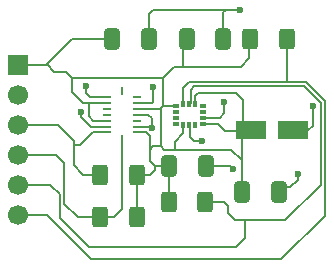
<source format=gbr>
%TF.GenerationSoftware,KiCad,Pcbnew,9.0.6*%
%TF.CreationDate,2026-01-18T05:45:19-03:00*%
%TF.ProjectId,dual IMU_moduleV2,6475616c-2049-44d5-955f-6d6f64756c65,rev?*%
%TF.SameCoordinates,Original*%
%TF.FileFunction,Copper,L1,Top*%
%TF.FilePolarity,Positive*%
%FSLAX46Y46*%
G04 Gerber Fmt 4.6, Leading zero omitted, Abs format (unit mm)*
G04 Created by KiCad (PCBNEW 9.0.6) date 2026-01-18 05:45:19*
%MOMM*%
%LPD*%
G01*
G04 APERTURE LIST*
G04 Aperture macros list*
%AMRoundRect*
0 Rectangle with rounded corners*
0 $1 Rounding radius*
0 $2 $3 $4 $5 $6 $7 $8 $9 X,Y pos of 4 corners*
0 Add a 4 corners polygon primitive as box body*
4,1,4,$2,$3,$4,$5,$6,$7,$8,$9,$2,$3,0*
0 Add four circle primitives for the rounded corners*
1,1,$1+$1,$2,$3*
1,1,$1+$1,$4,$5*
1,1,$1+$1,$6,$7*
1,1,$1+$1,$8,$9*
0 Add four rect primitives between the rounded corners*
20,1,$1+$1,$2,$3,$4,$5,0*
20,1,$1+$1,$4,$5,$6,$7,0*
20,1,$1+$1,$6,$7,$8,$9,0*
20,1,$1+$1,$8,$9,$2,$3,0*%
G04 Aperture macros list end*
%TA.AperFunction,SMDPad,CuDef*%
%ADD10RoundRect,0.250000X-1.050000X-0.550000X1.050000X-0.550000X1.050000X0.550000X-1.050000X0.550000X0*%
%TD*%
%TA.AperFunction,SMDPad,CuDef*%
%ADD11RoundRect,0.250000X0.400000X0.625000X-0.400000X0.625000X-0.400000X-0.625000X0.400000X-0.625000X0*%
%TD*%
%TA.AperFunction,SMDPad,CuDef*%
%ADD12RoundRect,0.250000X-0.412500X-0.650000X0.412500X-0.650000X0.412500X0.650000X-0.412500X0.650000X0*%
%TD*%
%TA.AperFunction,SMDPad,CuDef*%
%ADD13RoundRect,0.250000X-0.400000X-0.625000X0.400000X-0.625000X0.400000X0.625000X-0.400000X0.625000X0*%
%TD*%
%TA.AperFunction,SMDPad,CuDef*%
%ADD14RoundRect,0.062500X-0.275000X0.062500X-0.275000X-0.062500X0.275000X-0.062500X0.275000X0.062500X0*%
%TD*%
%TA.AperFunction,SMDPad,CuDef*%
%ADD15RoundRect,0.062500X-0.062500X0.275000X-0.062500X-0.275000X0.062500X-0.275000X0.062500X0.275000X0*%
%TD*%
%TA.AperFunction,ComponentPad*%
%ADD16R,1.700000X1.700000*%
%TD*%
%TA.AperFunction,ComponentPad*%
%ADD17C,1.700000*%
%TD*%
%TA.AperFunction,SMDPad,CuDef*%
%ADD18R,0.600000X0.300000*%
%TD*%
%TA.AperFunction,SMDPad,CuDef*%
%ADD19R,0.300000X0.600000*%
%TD*%
%TA.AperFunction,ViaPad*%
%ADD20C,0.600000*%
%TD*%
%TA.AperFunction,Conductor*%
%ADD21C,0.200000*%
%TD*%
G04 APERTURE END LIST*
D10*
%TO.P,C6,1*%
%TO.N,+3.3V*%
X147490000Y-80740000D03*
%TO.P,C6,2*%
%TO.N,GND*%
X151090000Y-80740000D03*
%TD*%
D11*
%TO.P,R3,1*%
%TO.N,+3.3V*%
X137860000Y-88100000D03*
%TO.P,R3,2*%
%TO.N,SCL_IMU1*%
X134760000Y-88100000D03*
%TD*%
D12*
%TO.P,C3,1*%
%TO.N,+3.3V*%
X140607500Y-83720000D03*
%TO.P,C3,2*%
%TO.N,GND*%
X143732500Y-83720000D03*
%TD*%
D13*
%TO.P,R1,1*%
%TO.N,+3.3V*%
X147470000Y-72980000D03*
%TO.P,R1,2*%
%TO.N,SDA_IMU2*%
X150570000Y-72980000D03*
%TD*%
D11*
%TO.P,R4,1*%
%TO.N,+3.3V*%
X137860000Y-84500000D03*
%TO.P,R4,2*%
%TO.N,SDA_IMU1*%
X134760000Y-84500000D03*
%TD*%
%TO.P,R2,1*%
%TO.N,SCL_IMU2*%
X143650000Y-86790000D03*
%TO.P,R2,2*%
%TO.N,+3.3V*%
X140550000Y-86790000D03*
%TD*%
D14*
%TO.P,U1,1,INT2*%
%TO.N,unconnected-(U1-INT2-Pad1)*%
X137890000Y-77910000D03*
%TO.P,U1,2,GNDA*%
%TO.N,GND*%
X137890000Y-78410000D03*
%TO.P,U1,3,VDD*%
%TO.N,+3.3V*%
X137890000Y-78910000D03*
%TO.P,U1,4,GNDA*%
%TO.N,GND*%
X137890000Y-79410000D03*
%TO.P,U1,5,~{CSB2}*%
%TO.N,unconnected-(U1-~{CSB2}-Pad5)*%
X137890000Y-79910000D03*
%TO.P,U1,6,GNDIO*%
%TO.N,GND*%
X137890000Y-80410000D03*
%TO.P,U1,7,PS*%
%TO.N,+3.3V*%
X137890000Y-80910000D03*
D15*
%TO.P,U1,8,SCK/SCL*%
%TO.N,SCL_IMU1*%
X136627500Y-81422500D03*
D14*
%TO.P,U1,9,SDI/SDA*%
%TO.N,SDA_IMU1*%
X135365000Y-80910000D03*
%TO.P,U1,10,SDO2*%
%TO.N,GND*%
X135365000Y-80410000D03*
%TO.P,U1,11,VDDIO*%
%TO.N,+3.3V*%
X135365000Y-79910000D03*
%TO.P,U1,12,INT3*%
%TO.N,unconnected-(U1-INT3-Pad12)*%
X135365000Y-79410000D03*
%TO.P,U1,13,INT4*%
%TO.N,unconnected-(U1-INT4-Pad13)*%
X135365000Y-78910000D03*
%TO.P,U1,14,~{CSB1}*%
%TO.N,+3.3V*%
X135365000Y-78410000D03*
%TO.P,U1,15,SDO1*%
%TO.N,GND*%
X135365000Y-77910000D03*
D15*
%TO.P,U1,16,INT1*%
%TO.N,unconnected-(U1-INT1-Pad16)*%
X136627500Y-77397500D03*
%TD*%
D12*
%TO.P,C4,1*%
%TO.N,+3.3V*%
X146787500Y-85910000D03*
%TO.P,C4,2*%
%TO.N,GND*%
X149912500Y-85910000D03*
%TD*%
%TO.P,C1,1*%
%TO.N,+3.3V*%
X142057500Y-72960000D03*
%TO.P,C1,2*%
%TO.N,GND*%
X145182500Y-72960000D03*
%TD*%
%TO.P,C2,1*%
%TO.N,+3.3V*%
X135757500Y-72960000D03*
%TO.P,C2,2*%
%TO.N,GND*%
X138882500Y-72960000D03*
%TD*%
D16*
%TO.P,J2,1,Pin_1*%
%TO.N,+3.3V*%
X127790000Y-75200000D03*
D17*
%TO.P,J2,2,Pin_2*%
%TO.N,GND*%
X127790000Y-77740000D03*
%TO.P,J2,3,Pin_3*%
%TO.N,SDA_IMU1*%
X127790000Y-80280000D03*
%TO.P,J2,4,Pin_4*%
%TO.N,SCL_IMU1*%
X127790000Y-82820000D03*
%TO.P,J2,5,Pin_5*%
%TO.N,SCL_IMU2*%
X127790000Y-85360000D03*
%TO.P,J2,6,Pin_6*%
%TO.N,SDA_IMU2*%
X127790000Y-87900000D03*
%TD*%
D18*
%TO.P,AC1,1,AP_SDO_/_AP_AD0*%
%TO.N,+3.3V*%
X141150000Y-78650000D03*
%TO.P,AC1,2,RESV_1*%
%TO.N,unconnected-(AC1-RESV_1-Pad2)*%
X141150000Y-79150000D03*
%TO.P,AC1,3,RESV_2*%
%TO.N,unconnected-(AC1-RESV_2-Pad3)*%
X141150000Y-79650000D03*
%TO.P,AC1,4,INT1_/_INT*%
%TO.N,unconnected-(AC1-INT1_{slash}_INT-Pad4)*%
X141150000Y-80150000D03*
D19*
%TO.P,AC1,5,VDDIO*%
%TO.N,+3.3V*%
X141800000Y-80300000D03*
%TO.P,AC1,6,GND*%
%TO.N,GND*%
X142300000Y-80300000D03*
%TO.P,AC1,7,RESV_3*%
%TO.N,unconnected-(AC1-RESV_3-Pad7)*%
X142800000Y-80300000D03*
D18*
%TO.P,AC1,8,VDD*%
%TO.N,+3.3V*%
X143450000Y-80150000D03*
%TO.P,AC1,9,INT2_/_FSYNC*%
%TO.N,GND*%
X143450000Y-79650000D03*
%TO.P,AC1,10,RESV_4*%
%TO.N,unconnected-(AC1-RESV_4-Pad10)*%
X143450000Y-79150000D03*
%TO.P,AC1,11,RESV_5*%
%TO.N,unconnected-(AC1-RESV_5-Pad11)*%
X143450000Y-78650000D03*
D19*
%TO.P,AC1,12,AP_CS*%
%TO.N,+3.3V*%
X142800000Y-78500000D03*
%TO.P,AC1,13,AP_SCL_/_AP_SCLK*%
%TO.N,SCL_IMU2*%
X142300000Y-78500000D03*
%TO.P,AC1,14,AP_SDA_/_AP_SDIO_/_AP_SDI*%
%TO.N,SDA_IMU2*%
X141800000Y-78500000D03*
%TD*%
D20*
%TO.N,GND*%
X143340000Y-81660000D03*
X146020000Y-84000000D03*
X133100000Y-79200000D03*
X145230000Y-78340000D03*
X151460000Y-84390000D03*
X139130000Y-80520000D03*
X139240000Y-77030000D03*
X152800000Y-78680000D03*
X133510000Y-77010000D03*
X146610000Y-70550000D03*
%TD*%
D21*
%TO.N,GND*%
X139250000Y-78290000D02*
X139130000Y-78410000D01*
X139130000Y-79720000D02*
X139130000Y-80520000D01*
X133860000Y-77910000D02*
X135365000Y-77910000D01*
X139200000Y-70550000D02*
X138882500Y-70867500D01*
X133100000Y-79200000D02*
X133100000Y-79580000D01*
X133510000Y-77560000D02*
X133860000Y-77910000D01*
X152380000Y-80740000D02*
X152800000Y-80320000D01*
X145182500Y-70737500D02*
X145182500Y-72960000D01*
X145560000Y-70550000D02*
X139200000Y-70550000D01*
X139250000Y-77040000D02*
X139250000Y-78290000D01*
X145230000Y-79270000D02*
X145230000Y-78340000D01*
X139020000Y-80410000D02*
X137890000Y-80410000D01*
X143450000Y-79650000D02*
X144850000Y-79650000D01*
X139240000Y-77030000D02*
X139250000Y-77040000D01*
X139130000Y-80520000D02*
X139020000Y-80410000D01*
X142310000Y-80310000D02*
X142310000Y-81290000D01*
X138820000Y-79410000D02*
X139130000Y-79720000D01*
X137890000Y-79410000D02*
X138820000Y-79410000D01*
X151090000Y-80740000D02*
X152380000Y-80740000D01*
X149852500Y-85560000D02*
X150830000Y-85560000D01*
X145730000Y-83720000D02*
X143732500Y-83720000D01*
X151460000Y-84930000D02*
X151460000Y-84390000D01*
X144850000Y-79650000D02*
X145230000Y-79270000D01*
X146010000Y-84000000D02*
X145730000Y-83720000D01*
X146610000Y-70550000D02*
X145560000Y-70550000D01*
X139130000Y-78410000D02*
X137890000Y-78410000D01*
X150830000Y-85560000D02*
X151460000Y-84930000D01*
X145560000Y-70550000D02*
X145370000Y-70550000D01*
X146020000Y-84000000D02*
X146010000Y-84000000D01*
X133930000Y-80410000D02*
X135365000Y-80410000D01*
X145370000Y-70550000D02*
X145182500Y-70737500D01*
X142310000Y-81290000D02*
X142680000Y-81660000D01*
X142680000Y-81660000D02*
X143340000Y-81660000D01*
X133100000Y-79580000D02*
X133930000Y-80410000D01*
X138882500Y-70867500D02*
X138882500Y-72960000D01*
X133510000Y-77010000D02*
X133510000Y-77560000D01*
X152800000Y-80320000D02*
X152800000Y-78680000D01*
%TO.N,+3.3V*%
X132360000Y-76300000D02*
X131820000Y-75760000D01*
X140550000Y-86790000D02*
X140550000Y-83777500D01*
X141070000Y-81700000D02*
X141070000Y-82370000D01*
X141800000Y-80970000D02*
X141070000Y-81700000D01*
X147380000Y-74640000D02*
X147372500Y-74632500D01*
X140607500Y-83720000D02*
X139420000Y-83720000D01*
X137890000Y-80910000D02*
X138680000Y-80910000D01*
X147380000Y-73070000D02*
X147380000Y-74640000D01*
X131820000Y-75760000D02*
X130850000Y-75760000D01*
X137860000Y-84500000D02*
X137860000Y-88100000D01*
X141800000Y-80300000D02*
X141800000Y-80970000D01*
X147372500Y-74632500D02*
X146635000Y-75370000D01*
X137890000Y-78910000D02*
X139831000Y-78910000D01*
X135365000Y-78410000D02*
X133780057Y-78410000D01*
X138680000Y-80919943D02*
X138940000Y-81179943D01*
X139831000Y-78910000D02*
X139881000Y-78860000D01*
X140161000Y-82370000D02*
X139881000Y-82090000D01*
X130220000Y-75130000D02*
X131820000Y-73530000D01*
X141021000Y-75370000D02*
X140091000Y-76300000D01*
X145330000Y-80760000D02*
X146830000Y-80760000D01*
X132370000Y-76300000D02*
X132360000Y-76300000D01*
X144720000Y-80150000D02*
X145330000Y-80760000D01*
X134140000Y-79910000D02*
X133780057Y-79550057D01*
X146727500Y-85560000D02*
X146727500Y-83250000D01*
X138940000Y-83300000D02*
X138940000Y-82390000D01*
X141780000Y-75370000D02*
X141021000Y-75370000D01*
X140091000Y-78650000D02*
X139881000Y-78860000D01*
X138680000Y-80910000D02*
X138680000Y-80919943D01*
X132390000Y-72960000D02*
X135757500Y-72960000D01*
X146240000Y-77530000D02*
X143060000Y-77530000D01*
X146830000Y-80760000D02*
X146830000Y-78120000D01*
X133300000Y-78410000D02*
X132370000Y-77480000D01*
X139881000Y-78860000D02*
X139881000Y-82090000D01*
X146635000Y-75370000D02*
X141780000Y-75370000D01*
X133780057Y-79550057D02*
X133780057Y-78410000D01*
X143450000Y-80150000D02*
X144720000Y-80150000D01*
X146727500Y-83250000D02*
X145847500Y-82370000D01*
X142800000Y-77790000D02*
X142800000Y-78500000D01*
X141780000Y-73237500D02*
X141780000Y-75370000D01*
X130850000Y-75760000D02*
X130220000Y-75130000D01*
X133780057Y-78410000D02*
X133300000Y-78410000D01*
X145847500Y-82370000D02*
X141070000Y-82370000D01*
X139370000Y-84120000D02*
X139370000Y-83730000D01*
X139240000Y-82090000D02*
X138940000Y-82390000D01*
X146727500Y-83250000D02*
X146727500Y-80862500D01*
X140161000Y-82370000D02*
X141070000Y-82370000D01*
X139370000Y-83730000D02*
X138940000Y-83300000D01*
X138990000Y-84500000D02*
X139370000Y-84120000D01*
X131820000Y-73530000D02*
X132390000Y-72960000D01*
X137860000Y-84500000D02*
X138990000Y-84500000D01*
X141150000Y-78650000D02*
X140091000Y-78650000D01*
X138940000Y-81179943D02*
X138940000Y-82390000D01*
X143060000Y-77530000D02*
X142800000Y-77790000D01*
X135365000Y-79910000D02*
X134140000Y-79910000D01*
X132370000Y-77480000D02*
X132370000Y-76300000D01*
X140091000Y-76300000D02*
X132370000Y-76300000D01*
X140091000Y-78650000D02*
X140091000Y-76300000D01*
X139881000Y-82090000D02*
X139240000Y-82090000D01*
X146830000Y-78120000D02*
X146240000Y-77530000D01*
X130150000Y-75200000D02*
X131820000Y-73530000D01*
X127790000Y-75200000D02*
X130150000Y-75200000D01*
%TO.N,SCL_IMU2*%
X150433612Y-88350000D02*
X146170000Y-88350000D01*
X130540000Y-85360000D02*
X127790000Y-85360000D01*
X133760000Y-90630000D02*
X131319000Y-88189000D01*
X147030000Y-88360000D02*
X147030000Y-89830000D01*
X142730000Y-77010000D02*
X151980000Y-77010000D01*
X145240000Y-86790000D02*
X143650000Y-86790000D01*
X153410000Y-78440000D02*
X153410000Y-85373612D01*
X131319000Y-86139000D02*
X130540000Y-85360000D01*
X142399000Y-77341000D02*
X142730000Y-77010000D01*
X151980000Y-77010000D02*
X153410000Y-78440000D01*
X142399000Y-78380000D02*
X142399000Y-77341000D01*
X145560000Y-87740000D02*
X145560000Y-87110000D01*
X153410000Y-85373612D02*
X150433612Y-88350000D01*
X146170000Y-88350000D02*
X145560000Y-87740000D01*
X131319000Y-88189000D02*
X131319000Y-86139000D01*
X145560000Y-87110000D02*
X145240000Y-86790000D01*
X147030000Y-89830000D02*
X146230000Y-90630000D01*
X146230000Y-90630000D02*
X133760000Y-90630000D01*
%TO.N,SDA_IMU2*%
X150570000Y-72940000D02*
X150570000Y-76659000D01*
X127790000Y-87900000D02*
X130220000Y-87900000D01*
X153790000Y-87940000D02*
X153790000Y-78250000D01*
X150070000Y-91660000D02*
X153790000Y-87940000D01*
X141800000Y-77112611D02*
X141800000Y-78500000D01*
X153790000Y-78250000D02*
X152199000Y-76659000D01*
X133980000Y-91660000D02*
X150070000Y-91660000D01*
X142253611Y-76659000D02*
X152199000Y-76659000D01*
X142253611Y-76659000D02*
X141800000Y-77112611D01*
X130220000Y-87900000D02*
X133980000Y-91660000D01*
%TO.N,SDA_IMU1*%
X135365000Y-80910000D02*
X134100000Y-80910000D01*
X132510000Y-83700000D02*
X132510000Y-81980000D01*
X131190000Y-80280000D02*
X127790000Y-80280000D01*
X133030000Y-81980000D02*
X132510000Y-81980000D01*
X132510000Y-81980000D02*
X132510000Y-81610000D01*
X132510000Y-81610000D02*
X131185000Y-80285000D01*
X134100000Y-80910000D02*
X133030000Y-81980000D01*
X133310000Y-84500000D02*
X132510000Y-83700000D01*
X131185000Y-80285000D02*
X131190000Y-80280000D01*
X134760000Y-84500000D02*
X133310000Y-84500000D01*
%TO.N,SCL_IMU1*%
X134760000Y-88100000D02*
X132840000Y-88100000D01*
X131670000Y-83510000D02*
X130980000Y-82820000D01*
X130980000Y-82820000D02*
X127790000Y-82820000D01*
X136627500Y-81422500D02*
X136627500Y-87382500D01*
X131670000Y-86930000D02*
X131670000Y-83510000D01*
X132840000Y-88100000D02*
X131670000Y-86930000D01*
X135910000Y-88100000D02*
X134760000Y-88100000D01*
X136627500Y-87382500D02*
X135910000Y-88100000D01*
%TD*%
M02*

</source>
